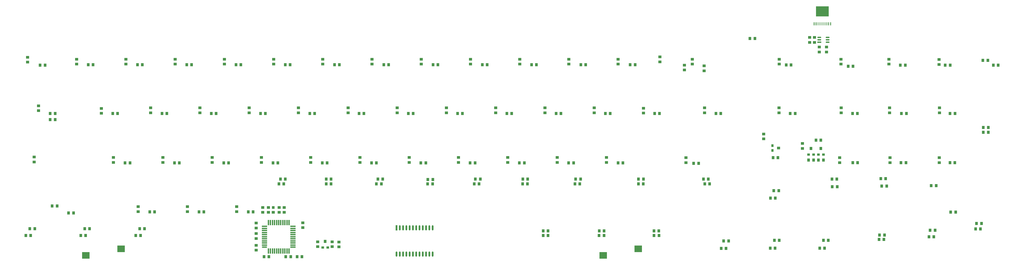
<source format=gbp>
%FSLAX25Y25*%
%MOIN*%
G70*
G01*
G75*
G04 Layer_Color=128*
%ADD10C,0.01500*%
%ADD11C,0.03937*%
%ADD12C,0.01000*%
%ADD13C,0.01575*%
%ADD14C,0.03150*%
%ADD15C,0.01400*%
%ADD16C,0.01969*%
%ADD17R,0.04724X0.06300*%
%ADD18O,0.04724X0.06300*%
%ADD19C,0.06689*%
%ADD20O,0.09840X0.08800*%
%ADD21O,0.08661X0.09840*%
%ADD22C,0.16929*%
%ADD23C,0.09840*%
%ADD24C,0.12000*%
%ADD25C,0.15700*%
%ADD26O,0.03937X0.09449*%
%ADD27C,0.02756*%
%ADD28C,0.02362*%
%ADD29O,0.05118X0.07087*%
%ADD30R,0.05118X0.07087*%
%ADD31O,0.07087X0.05906*%
%ADD32R,0.07087X0.05906*%
%ADD33C,0.07874*%
%ADD34C,0.07087*%
%ADD35C,0.13780*%
%ADD36O,0.14000X0.13000*%
%ADD37O,0.06300X0.04724*%
%ADD38R,0.06300X0.04724*%
%ADD39C,0.08661*%
G04:AMPARAMS|DCode=40|XSize=47.24mil|YSize=63mil|CornerRadius=0mil|HoleSize=0mil|Usage=FLASHONLY|Rotation=0.000|XOffset=0mil|YOffset=0mil|HoleType=Round|Shape=Octagon|*
%AMOCTAGOND40*
4,1,8,-0.01181,0.03150,0.01181,0.03150,0.02362,0.01969,0.02362,-0.01969,0.01181,-0.03150,-0.01181,-0.03150,-0.02362,-0.01969,-0.02362,0.01969,-0.01181,0.03150,0.0*
%
%ADD40OCTAGOND40*%

%ADD41O,0.08000X0.09840*%
%ADD42O,0.08661X0.09843*%
%ADD43C,0.06693*%
%ADD44O,0.08661X0.09839*%
%ADD45C,0.15669*%
%ADD46O,0.08661X0.09840*%
%ADD47O,0.09840X0.08661*%
%ADD48C,0.15669*%
%ADD49C,0.02441*%
%ADD50C,0.03150*%
%ADD51C,0.03937*%
%ADD52R,0.04331X0.04921*%
%ADD53R,0.00984X0.05118*%
%ADD54R,0.04921X0.04331*%
%ADD55R,0.05906X0.01969*%
%ADD56O,0.05906X0.01969*%
%ADD57O,0.07874X0.01969*%
%ADD58R,0.07874X0.01969*%
%ADD59R,0.01969X0.07874*%
%ADD60R,0.04724X0.03937*%
%ADD61R,0.03543X0.03937*%
%ADD62R,0.02559X0.07874*%
%ADD63O,0.02559X0.07874*%
%ADD64R,0.05118X0.04331*%
%ADD65R,0.03937X0.03937*%
%ADD66R,0.11811X0.09843*%
%ADD67R,0.03937X0.04724*%
%ADD68R,0.03937X0.03543*%
%ADD69R,0.19685X0.15748*%
%ADD70C,0.02362*%
%ADD71C,0.02756*%
%ADD72C,0.00394*%
%ADD73R,0.05524X0.07100*%
%ADD74O,0.05524X0.07100*%
%ADD75C,0.07489*%
%ADD76O,0.10640X0.09600*%
%ADD77O,0.09461X0.10640*%
%ADD78C,0.17729*%
%ADD79C,0.10640*%
%ADD80C,0.12800*%
%ADD81C,0.16500*%
%ADD82O,0.04737X0.10249*%
%ADD83C,0.03556*%
%ADD84C,0.03162*%
%ADD85O,0.05918X0.07887*%
%ADD86R,0.05918X0.07887*%
%ADD87O,0.07887X0.06706*%
%ADD88R,0.07887X0.06706*%
%ADD89C,0.08674*%
%ADD90C,0.07887*%
%ADD91C,0.14579*%
%ADD92O,0.14800X0.13800*%
%ADD93O,0.07100X0.05524*%
%ADD94R,0.07100X0.05524*%
%ADD95C,0.09461*%
G04:AMPARAMS|DCode=96|XSize=55.24mil|YSize=71mil|CornerRadius=0mil|HoleSize=0mil|Usage=FLASHONLY|Rotation=0.000|XOffset=0mil|YOffset=0mil|HoleType=Round|Shape=Octagon|*
%AMOCTAGOND96*
4,1,8,-0.01381,0.03550,0.01381,0.03550,0.02762,0.02169,0.02762,-0.02169,0.01381,-0.03550,-0.01381,-0.03550,-0.02762,-0.02169,-0.02762,0.02169,-0.01381,0.03550,0.0*
%
%ADD96OCTAGOND96*%

%ADD97O,0.08800X0.10640*%
%ADD98O,0.09461X0.10642*%
%ADD99C,0.07493*%
%ADD100O,0.09461X0.10639*%
%ADD101C,0.16469*%
%ADD102O,0.09461X0.10640*%
%ADD103O,0.10640X0.09461*%
%ADD104C,0.16469*%
%ADD105C,0.03950*%
%ADD106C,0.04737*%
%ADD107R,0.05131X0.05721*%
%ADD108R,0.01784X0.05918*%
%ADD109R,0.05721X0.05131*%
%ADD110R,0.06706X0.02769*%
%ADD111O,0.06706X0.02769*%
%ADD112O,0.08674X0.02769*%
%ADD113R,0.08674X0.02769*%
%ADD114R,0.02769X0.08674*%
%ADD115R,0.05524X0.04737*%
%ADD116R,0.04343X0.04737*%
%ADD117R,0.03359X0.08674*%
%ADD118O,0.03359X0.08674*%
%ADD119R,0.05918X0.05131*%
%ADD120R,0.04737X0.04737*%
%ADD121R,0.12611X0.10642*%
%ADD122R,0.04737X0.05524*%
%ADD123R,0.04737X0.04343*%
%ADD124R,0.20485X0.16548*%
D52*
X-86840Y427700D02*
D03*
X-79360Y427700D02*
D03*
X-804134Y206102D02*
D03*
X-796654Y206102D02*
D03*
X-724606D02*
D03*
X-732087Y206102D02*
D03*
X-655512D02*
D03*
X-648032Y206102D02*
D03*
X-570079D02*
D03*
X-577559Y206102D02*
D03*
X-506693D02*
D03*
X-499213Y206102D02*
D03*
X-425612D02*
D03*
X-433093Y206102D02*
D03*
X-353346D02*
D03*
X-345866Y206102D02*
D03*
X-249213D02*
D03*
X-256693Y206102D02*
D03*
X-155709D02*
D03*
X-148228Y206102D02*
D03*
X-48228Y184449D02*
D03*
X-55709Y184449D02*
D03*
X38386Y201575D02*
D03*
X45866Y201575D02*
D03*
X121260Y202756D02*
D03*
X113779Y202756D02*
D03*
X189173Y203346D02*
D03*
X196653Y203346D02*
D03*
X-1181890Y127165D02*
D03*
X-1189370Y127165D02*
D03*
X-1105709D02*
D03*
X-1098228Y127165D02*
D03*
X-1014567D02*
D03*
X-1022047Y127165D02*
D03*
X-394291Y127165D02*
D03*
X-401772Y127165D02*
D03*
X-316535D02*
D03*
X-309055Y127165D02*
D03*
X-225394D02*
D03*
X-232874Y127165D02*
D03*
X-130709Y107677D02*
D03*
X-123228Y107677D02*
D03*
X-48622Y107874D02*
D03*
X-56102Y107874D02*
D03*
X19291D02*
D03*
X26772Y107874D02*
D03*
X117126Y121260D02*
D03*
X109646Y121260D02*
D03*
X185630Y125394D02*
D03*
X193110Y125394D02*
D03*
X264173Y137402D02*
D03*
X256693Y137402D02*
D03*
X268504Y284646D02*
D03*
X275984Y284646D02*
D03*
X275197Y394291D02*
D03*
X267717Y394291D02*
D03*
X-1149213Y172441D02*
D03*
X-1141732Y172441D02*
D03*
X-793504Y94882D02*
D03*
X-786024Y94882D02*
D03*
X-1038189Y237992D02*
D03*
X-1030709Y237992D02*
D03*
X70079Y385433D02*
D03*
X62598Y385433D02*
D03*
X142126Y387008D02*
D03*
X149606Y387008D02*
D03*
X69291Y313189D02*
D03*
X76772Y313189D02*
D03*
X143701Y313189D02*
D03*
X151181Y313189D02*
D03*
X69685Y238189D02*
D03*
X77165Y238189D02*
D03*
X143110Y238189D02*
D03*
X150591Y238189D02*
D03*
X217520Y238189D02*
D03*
X225000Y238189D02*
D03*
X217717Y313189D02*
D03*
X225197Y313189D02*
D03*
X45472Y213386D02*
D03*
X37992Y213386D02*
D03*
X119685Y213976D02*
D03*
X112205Y213976D02*
D03*
X218701Y162992D02*
D03*
X226181Y162992D02*
D03*
X265551Y145669D02*
D03*
X258071Y145669D02*
D03*
X275984Y292126D02*
D03*
X268504Y292126D02*
D03*
X291142Y387008D02*
D03*
X283661Y387008D02*
D03*
X217913Y387008D02*
D03*
X210433Y387008D02*
D03*
X-819291Y95079D02*
D03*
X-826772Y95079D02*
D03*
X2441Y242430D02*
D03*
X9921Y242430D02*
D03*
X17380Y242430D02*
D03*
X24861Y242430D02*
D03*
X-44291Y246063D02*
D03*
X-51772Y246063D02*
D03*
X13620Y272480D02*
D03*
X21100Y272480D02*
D03*
X-1094488Y387795D02*
D03*
X-1087008Y387795D02*
D03*
X-944452Y387795D02*
D03*
X-936972Y387795D02*
D03*
X-869435Y387795D02*
D03*
X-861954Y387795D02*
D03*
X-794417Y387795D02*
D03*
X-786936Y387795D02*
D03*
X-719399Y387795D02*
D03*
X-711918Y387795D02*
D03*
X-644381Y387795D02*
D03*
X-636901Y387795D02*
D03*
X-569363Y387795D02*
D03*
X-561883Y387795D02*
D03*
X-494345Y387795D02*
D03*
X-486865Y387795D02*
D03*
X-419327Y387795D02*
D03*
X-411847Y387795D02*
D03*
X-344309Y387795D02*
D03*
X-336829Y387795D02*
D03*
X-269291Y387795D02*
D03*
X-261811Y387795D02*
D03*
X-24213Y387402D02*
D03*
X-31693Y387402D02*
D03*
X-1019470Y387795D02*
D03*
X-1011990Y387795D02*
D03*
X-1057087Y313386D02*
D03*
X-1049606Y313386D02*
D03*
X-982087Y313386D02*
D03*
X-974606Y313386D02*
D03*
X-907087Y313386D02*
D03*
X-899606Y313386D02*
D03*
X-832087Y313386D02*
D03*
X-824606Y313386D02*
D03*
X-757087Y313386D02*
D03*
X-749606Y313386D02*
D03*
X-682087Y313386D02*
D03*
X-674606Y313386D02*
D03*
X-607087Y313386D02*
D03*
X-599606Y313386D02*
D03*
X-532087Y313386D02*
D03*
X-524606Y313386D02*
D03*
X-457087Y313386D02*
D03*
X-449606Y313386D02*
D03*
X-382087Y313386D02*
D03*
X-374606Y313386D02*
D03*
X-307087Y313386D02*
D03*
X-299606Y313386D02*
D03*
X-232087Y313386D02*
D03*
X-224606Y313386D02*
D03*
X-138779Y313189D02*
D03*
X-131299Y313189D02*
D03*
X-25591Y313189D02*
D03*
X-18110Y313189D02*
D03*
X-963150Y237992D02*
D03*
X-955669Y237992D02*
D03*
X-888110Y237992D02*
D03*
X-880630Y237992D02*
D03*
X-813071Y237992D02*
D03*
X-805591Y237992D02*
D03*
X-738031Y237992D02*
D03*
X-730551Y237992D02*
D03*
X-662992Y237992D02*
D03*
X-655512Y237992D02*
D03*
X-587953Y237992D02*
D03*
X-580472Y237992D02*
D03*
X-512913Y237992D02*
D03*
X-505433Y237992D02*
D03*
X-437874Y237992D02*
D03*
X-430394Y237992D02*
D03*
X-362835Y237992D02*
D03*
X-355354Y237992D02*
D03*
X-287795Y237992D02*
D03*
X-280315Y237992D02*
D03*
X-172638Y237402D02*
D03*
X-165157Y237402D02*
D03*
X-1000787Y163189D02*
D03*
X-993307Y163189D02*
D03*
X-925748Y163189D02*
D03*
X-918268Y163189D02*
D03*
X-850709Y163189D02*
D03*
X-843228Y163189D02*
D03*
X-794291Y213386D02*
D03*
X-801772Y213386D02*
D03*
X-724606Y213386D02*
D03*
X-732087Y213386D02*
D03*
X-645866Y213386D02*
D03*
X-653346Y213386D02*
D03*
X-569744Y212598D02*
D03*
X-577224Y212598D02*
D03*
X-497485Y213386D02*
D03*
X-504965Y213386D02*
D03*
X-425197Y213386D02*
D03*
X-432677Y213386D02*
D03*
X-344685Y213386D02*
D03*
X-352165Y213386D02*
D03*
X-249016Y213386D02*
D03*
X-256496Y213386D02*
D03*
X-150197Y213386D02*
D03*
X-157677Y213386D02*
D03*
X-43110Y195472D02*
D03*
X-50591Y195472D02*
D03*
X-1175787Y137795D02*
D03*
X-1183268Y137795D02*
D03*
X-1092224Y137795D02*
D03*
X-1099705Y137795D02*
D03*
X-1008661Y137795D02*
D03*
X-1016142Y137795D02*
D03*
X-394291Y134252D02*
D03*
X-401772Y134252D02*
D03*
X-308858Y134252D02*
D03*
X-316339Y134252D02*
D03*
X-225590Y134252D02*
D03*
X-233071Y134252D02*
D03*
X-119488Y118898D02*
D03*
X-126969Y118898D02*
D03*
X-42323Y120079D02*
D03*
X-49803Y120079D02*
D03*
X32480Y120079D02*
D03*
X25000Y120079D02*
D03*
X117913Y127953D02*
D03*
X110433Y127953D02*
D03*
X194882Y135433D02*
D03*
X187402Y135433D02*
D03*
X-1167520Y386811D02*
D03*
X-1160039Y386811D02*
D03*
X-1152165Y313189D02*
D03*
X-1144685Y313189D02*
D03*
X-1152165Y303937D02*
D03*
X-1144685Y303937D02*
D03*
X-1124213Y161614D02*
D03*
X-1116732Y161614D02*
D03*
X-768898Y94882D02*
D03*
X-776378Y94882D02*
D03*
D53*
X11258Y450013D02*
D03*
X14408D02*
D03*
X16376D02*
D03*
X20313D02*
D03*
X26219D02*
D03*
X30156D02*
D03*
X32124D02*
D03*
X35274D02*
D03*
X36258D02*
D03*
X33109D02*
D03*
X28187D02*
D03*
X24250D02*
D03*
X22282D02*
D03*
X18345D02*
D03*
X13424D02*
D03*
X10274D02*
D03*
D54*
X-1111877Y388583D02*
D03*
X-1111877Y396063D02*
D03*
X-1036942D02*
D03*
X-1036942Y388583D02*
D03*
X-962008D02*
D03*
X-962008Y396063D02*
D03*
X-887074D02*
D03*
X-887074Y388583D02*
D03*
X-812139D02*
D03*
X-812139Y396063D02*
D03*
X-737205D02*
D03*
X-737205Y388583D02*
D03*
X-662270D02*
D03*
X-662270Y396063D02*
D03*
X-587336D02*
D03*
X-587336Y388583D02*
D03*
X-512402D02*
D03*
X-512402Y396063D02*
D03*
X-437467D02*
D03*
X-437467Y388583D02*
D03*
X-362533D02*
D03*
X-362533Y396063D02*
D03*
X-287598D02*
D03*
X-287598Y388583D02*
D03*
X-174606D02*
D03*
X-174606Y396063D02*
D03*
X-42323D02*
D03*
X-42323Y388583D02*
D03*
X51772D02*
D03*
X51772Y396063D02*
D03*
X124803D02*
D03*
X124803Y388583D02*
D03*
X-1074459Y313583D02*
D03*
X-1074459Y321063D02*
D03*
X-999386Y321813D02*
D03*
X-999386Y314332D02*
D03*
X-924437D02*
D03*
X-924437Y321813D02*
D03*
X-849488D02*
D03*
X-849488Y314332D02*
D03*
X-774342D02*
D03*
X-774342Y321813D02*
D03*
X-698803D02*
D03*
X-698803Y314332D02*
D03*
X-623854D02*
D03*
X-623854Y321813D02*
D03*
X-548905D02*
D03*
X-548905Y314332D02*
D03*
X-473956D02*
D03*
X-473956Y321813D02*
D03*
X-399008D02*
D03*
X-399008Y314332D02*
D03*
X-324059D02*
D03*
X-324059Y321813D02*
D03*
X-249110Y321419D02*
D03*
X-249110Y313939D02*
D03*
X-155897Y314332D02*
D03*
X-155897Y321813D02*
D03*
X-42547D02*
D03*
X-42547Y314332D02*
D03*
X51968D02*
D03*
X51968Y321813D02*
D03*
X125787D02*
D03*
X125787Y314332D02*
D03*
X-980791Y238779D02*
D03*
X-980791Y246260D02*
D03*
X-905752D02*
D03*
X-905752Y238779D02*
D03*
X-830713D02*
D03*
X-830713Y246260D02*
D03*
X-755673D02*
D03*
X-755673Y238779D02*
D03*
X-680634D02*
D03*
X-680634Y246260D02*
D03*
X-605595D02*
D03*
X-605595Y238779D02*
D03*
X-530555D02*
D03*
X-530555Y246260D02*
D03*
X-455516D02*
D03*
X-455516Y238779D02*
D03*
X-380476D02*
D03*
X-380476Y246260D02*
D03*
X-305437D02*
D03*
X-305437Y238779D02*
D03*
X-184252Y238386D02*
D03*
X-184252Y245866D02*
D03*
X49803D02*
D03*
X49803Y238386D02*
D03*
X126181D02*
D03*
X126181Y245866D02*
D03*
X201378D02*
D03*
X201378Y238386D02*
D03*
X201575Y314332D02*
D03*
X201575Y321813D02*
D03*
X-1018331Y171260D02*
D03*
X-1018331Y163779D02*
D03*
X-943311D02*
D03*
X-943311Y171260D02*
D03*
X-868291D02*
D03*
X-868291Y163779D02*
D03*
X-712795Y109840D02*
D03*
X-712795Y117321D02*
D03*
X200984Y387992D02*
D03*
X200984Y395472D02*
D03*
X-1186811Y399016D02*
D03*
X-1186811Y391535D02*
D03*
X-1169882Y317520D02*
D03*
X-1169882Y325000D02*
D03*
X-1176772Y246850D02*
D03*
X-1176772Y239370D02*
D03*
X-1055831Y246260D02*
D03*
X-1055831Y238779D02*
D03*
X-838780Y146260D02*
D03*
X-838780Y138779D02*
D03*
X-838780Y122677D02*
D03*
X-838780Y130157D02*
D03*
X-838780Y104921D02*
D03*
X-838780Y112402D02*
D03*
X-767520Y146653D02*
D03*
X-767520Y139173D02*
D03*
X-820079Y162601D02*
D03*
X-820079Y170082D02*
D03*
X-796063Y170003D02*
D03*
X-796063Y162523D02*
D03*
X-744995Y117655D02*
D03*
X-744995Y110175D02*
D03*
X-66110Y282087D02*
D03*
X-66110Y274606D02*
D03*
X-156815Y385940D02*
D03*
X-156815Y378460D02*
D03*
X-828740Y162523D02*
D03*
X-828740Y170003D02*
D03*
X-722859Y117655D02*
D03*
X-722859Y110175D02*
D03*
X29626Y407087D02*
D03*
X29626Y414567D02*
D03*
X18799Y407087D02*
D03*
X18799Y414567D02*
D03*
X4134Y421693D02*
D03*
X4134Y429173D02*
D03*
X11319Y421693D02*
D03*
X11319Y429173D02*
D03*
X-7150Y267548D02*
D03*
X-7150Y260068D02*
D03*
X-224000Y399528D02*
D03*
X-224000Y392047D02*
D03*
X-186536Y387076D02*
D03*
X-186536Y379596D02*
D03*
D55*
X18602Y421850D02*
D03*
D56*
Y425591D02*
D03*
Y429331D02*
D03*
X31250Y421850D02*
D03*
Y425591D02*
D03*
Y429331D02*
D03*
D57*
X-825984Y109646D02*
D03*
D58*
Y112795D02*
D03*
Y115945D02*
D03*
Y119095D02*
D03*
Y122244D02*
D03*
Y125394D02*
D03*
Y128543D02*
D03*
Y131693D02*
D03*
Y134843D02*
D03*
Y137992D02*
D03*
Y141142D02*
D03*
X-782677D02*
D03*
Y137992D02*
D03*
Y134843D02*
D03*
Y131693D02*
D03*
Y128543D02*
D03*
Y125394D02*
D03*
Y122244D02*
D03*
Y119095D02*
D03*
Y115945D02*
D03*
Y112795D02*
D03*
Y109646D02*
D03*
D59*
X-820079Y147047D02*
D03*
X-816929D02*
D03*
X-813780D02*
D03*
X-810630D02*
D03*
X-807480D02*
D03*
X-804331D02*
D03*
X-801181D02*
D03*
X-798032D02*
D03*
X-794882D02*
D03*
X-791732D02*
D03*
X-788583D02*
D03*
Y103740D02*
D03*
X-791732D02*
D03*
X-794882D02*
D03*
X-798032D02*
D03*
X-801181D02*
D03*
X-804331D02*
D03*
X-807480D02*
D03*
X-810630D02*
D03*
X-813780D02*
D03*
X-816929D02*
D03*
X-820079D02*
D03*
D60*
X-43317Y260624D02*
D03*
D61*
X-52694Y264305D02*
D03*
Y256824D02*
D03*
D62*
X-625000Y138976D02*
D03*
D63*
X-620000D02*
D03*
X-615000D02*
D03*
X-610000D02*
D03*
X-605000D02*
D03*
X-600000D02*
D03*
X-595000D02*
D03*
X-590000D02*
D03*
X-585000D02*
D03*
X-580000D02*
D03*
X-575000D02*
D03*
X-570000D02*
D03*
Y98976D02*
D03*
X-575000D02*
D03*
X-580000D02*
D03*
X-585000D02*
D03*
X-590000D02*
D03*
X-595000D02*
D03*
X-600000D02*
D03*
X-605000D02*
D03*
X-610000D02*
D03*
X-615000D02*
D03*
X-620000D02*
D03*
X-625000D02*
D03*
D64*
X-812598Y162759D02*
D03*
X-803543Y169845D02*
D03*
Y162759D02*
D03*
D65*
X-812598Y169845D02*
D03*
D66*
X-257087Y106890D02*
D03*
X-310433Y96850D02*
D03*
X-1044488Y106890D02*
D03*
X-1097835Y96850D02*
D03*
D67*
X-733508Y118269D02*
D03*
X6160Y260068D02*
D03*
X21100D02*
D03*
D68*
X-737189Y108891D02*
D03*
X-729708D02*
D03*
X2480Y250690D02*
D03*
X9960D02*
D03*
X17420D02*
D03*
X24900D02*
D03*
D69*
X23228Y468898D02*
D03*
M02*

</source>
